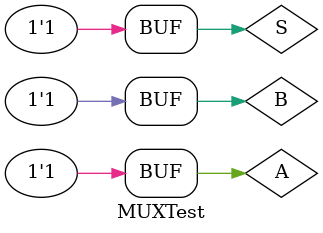
<source format=v>
`timescale 1ns / 1ps

module MUXTest;

	reg S ;
	reg A ;
	reg B ;

	wire X;

	MUX uut (
		.S(S), 
		.A(A), 
		.B(B), 
		.X(X)
			);

	initial begin
		// Initialize Inputs
		S = 0 ;
		A = 0 ;
		B = 0 ; // We have to wait for 100ns for the global reset to finish
		#100  ;
      
		S = 0 ;
		A = 0 ;
		B = 1 ; // We again wait for 100ns for the global reset to finish
		#100;
		

		S = 0 ;
		A = 1 ;
		B = 0 ; // We again wait for 100ns for the global reset to finish
		#100;
		
		S = 0 ;
		A = 1 ;
		B = 1 ; // We again wait for 100ns for the global reset to finish
		#100;
		
		S = 1 ;
		A = 0 ;
		B = 0 ; // We again wait for 100ns for the global reset to finish
		#100;
		
		S = 1 ;
		A = 0 ;
		B = 1 ; // We again wait for 100ns for the global reset to finish
		#100;
		
		S = 1 ;
		A = 1 ;
		B = 0 ; // We again wait for 100ns for the global reset to finish
		#100;
		
		S = 1 ;
		A = 1 ;
		B = 1 ; // We again wait for 100ns for the global reset to finish
		#100;

	end
      
endmodule

</source>
